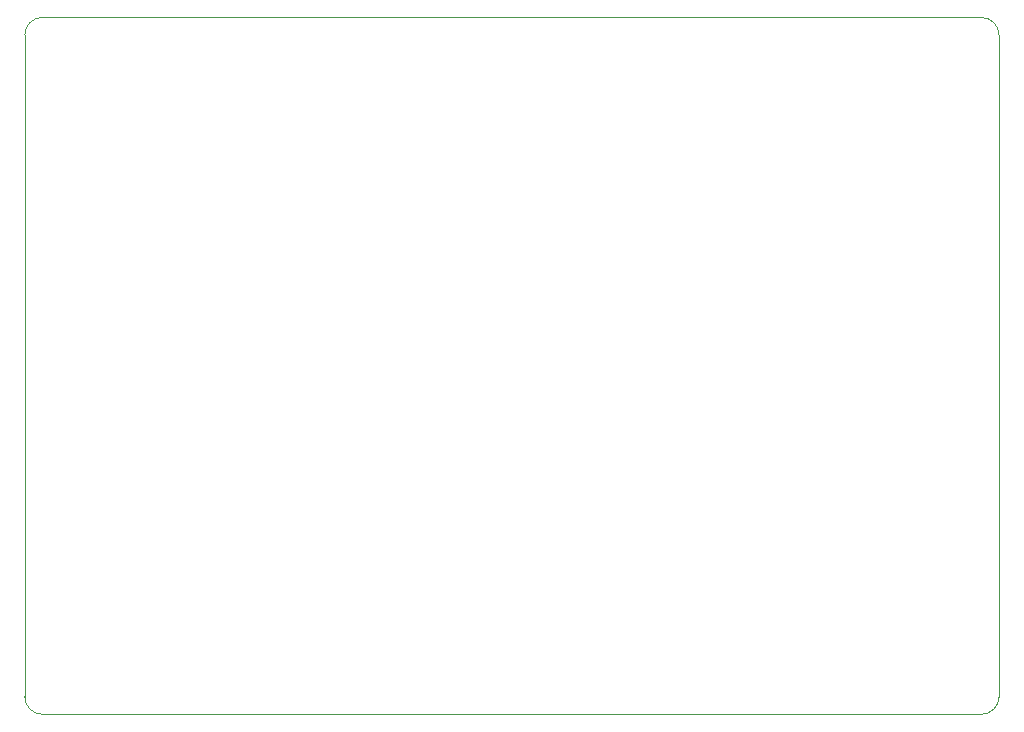
<source format=gbr>
%TF.GenerationSoftware,KiCad,Pcbnew,9.0.4*%
%TF.CreationDate,2025-11-20T14:20:26-08:00*%
%TF.ProjectId,camera_controller,63616d65-7261-45f6-936f-6e74726f6c6c,1.0*%
%TF.SameCoordinates,Original*%
%TF.FileFunction,Profile,NP*%
%FSLAX46Y46*%
G04 Gerber Fmt 4.6, Leading zero omitted, Abs format (unit mm)*
G04 Created by KiCad (PCBNEW 9.0.4) date 2025-11-20 14:20:26*
%MOMM*%
%LPD*%
G01*
G04 APERTURE LIST*
%TA.AperFunction,Profile*%
%ADD10C,0.050000*%
%TD*%
G04 APERTURE END LIST*
D10*
X20000000Y-21500000D02*
X20000000Y-77500000D01*
X101000000Y-20000000D02*
G75*
G02*
X102500000Y-21500000I0J-1500000D01*
G01*
X21500000Y-79000000D02*
X101000000Y-79000000D01*
X21500000Y-20000000D02*
X101000000Y-20000000D01*
X20000000Y-21500000D02*
G75*
G02*
X21500000Y-20000000I1500000J0D01*
G01*
X21500000Y-79000000D02*
G75*
G02*
X20000000Y-77500000I0J1500000D01*
G01*
X102500000Y-21500000D02*
X102500000Y-77500000D01*
X102500000Y-77500000D02*
G75*
G02*
X101000000Y-79000000I-1500000J0D01*
G01*
M02*

</source>
